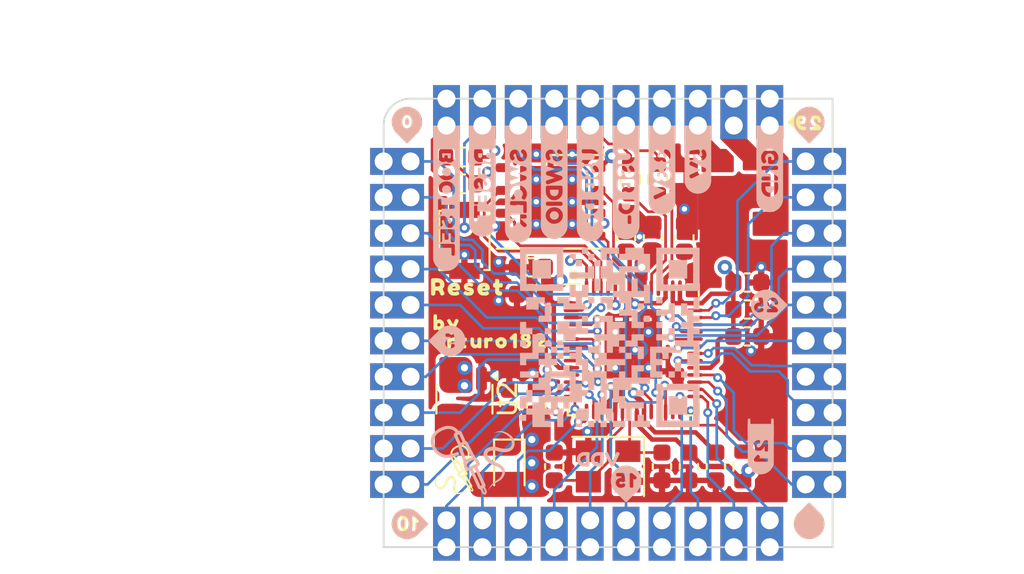
<source format=kicad_pcb>
(kicad_pcb (version 20240108) (generator "pcbnew") (generator_version "8.0")
  (layers (0 "F.Cu" signal) (1 "In1.Cu" power "GND.Cu") (2 "In2.Cu" signal "PWR.Cu") (31 "B.Cu" signal) (34 "B.Paste" user) (35 "F.Paste" user) (36 "B.SilkS" user "B.Silkscreen") (37 "F.SilkS" user "F.Silkscreen") (38 "B.Mask" user) (39 "F.Mask" user) (44 "Edge.Cuts" user))
  (net 0 "")
  (net 1 "GND")
  (net 2 "+3V3")
  (net 3 "+5V")
  (net 4 "Net-(U1-VREG_VOUT)")
  (net 5 "Net-(U1-XIN)")
  (net 6 "Net-(U1-XOUT)")
  (net 7 "/~{QSPI_CS}")
  (net 8 "/USBBOOT")
  (net 9 "/~{RESET}")
  (net 10 "/USB_D-")
  (net 11 "/D-")
  (net 12 "/USB_D+")
  (net 13 "/D+")
  (net 14 "/QSPI_SD1")
  (net 15 "/QSPI_SD2")
  (net 16 "/QSPI_SD0")
  (net 17 "/QSPI_SCLK")
  (net 18 "/QSPI_SD3")
  (net 19 "/GPIO29")
  (net 20 "/GPIO28")
  (net 21 "/GPIO27")
  (net 22 "/GPIO26")
  (net 23 "/GPIO25")
  (net 24 "/GPIO24")
  (net 25 "/GPIO23")
  (net 26 "/GPIO22")
  (net 27 "/GPIO21")
  (net 28 "/GPIO20")
  (net 29 "/GPIO19")
  (net 30 "/GPIO18")
  (net 31 "/GPIO17")
  (net 32 "/GPIO16")
  (net 33 "/SWDIO")
  (net 34 "/SWCLK")
  (net 35 "/GPIO15")
  (net 36 "/GPIO14")
  (net 37 "/GPIO13")
  (net 38 "/GPIO12")
  (net 39 "/GPIO11")
  (net 40 "/GPIO10")
  (net 41 "/GPIO9")
  (net 42 "/GPIO8")
  (net 43 "/GPIO7")
  (net 44 "/GPIO6")
  (net 45 "/GPIO5")
  (net 46 "/GPIO4")
  (net 47 "/GPIO3")
  (net 48 "/GPIO2")
  (net 49 "/GPIO1")
  (net 50 "/GPIO0")
  (net 51 "VBAT")
  (net 52 "/VIN")
  (footprint "RP2040_stamp:Castellated_1x10_P2.00mm_Vertical" (layer "F.Cu") (at 142.5 94.5 90)
    (property "Reference" "J2" (hide yes))
    (property "Value" "Conn_North" (hide yes))
  )
  (footprint "Resistor_SMD:R_0603_1608Metric" (layer "F.Cu") (at 159 113.5 90)
    (property "Reference" "R2" (hide yes))
    (property "Value" "10K")
  )
  (footprint "Package_TO_SOT_SMD:SOT-23-3" (layer "F.Cu") (at 143.5 109.75 -90)
    (property "Reference" "U2")
    (property "Value" "XC6206P33")
  )
  (footprint "Symbols_Extra:SolderParty-New-Logo_3x2.5mm_SilkScreen" (layer "F.Cu") (at 143.25 113.75 55)
    (property "Reference" "G***" (hide yes))
    (property "Value" "LOGO" (hide yes))
  )
  (footprint "Package_DFN_QFN_Extra:QFN-56_EP_7x7_Pitch0.4mm" (layer "F.Cu") (at 152.9 107)
    (property "Reference" "U1" (hide yes))
    (property "Value" "RP2040")
  )
  (footprint "RP2040_stamp:Castellated_1x10_P2.00mm_Vertical" (layer "F.Cu") (at 142.5 118 90)
    (property "Reference" "J1" (hide yes))
    (property "Value" "Conn_South" (hide yes))
  )
  (footprint "buzzardLabel" (layer "F.Cu") (at 143.7 103.5)
    (property "Reference" "")
    (property "Value" "")
  )
  (footprint "buzzardLabel" (layer "F.Cu") (at 140.3 116.7)
    (property "Reference" "")
    (property "Value" "")
  )
  (footprint "buzzardLabel" (layer "F.Cu") (at 144 106.5)
    (property "Reference" "")
    (property "Value" "")
  )
  (footprint "Capacitor_SMD:C_0603_1608Metric" (layer "F.Cu") (at 154.5 113.5 -90)
    (property "Reference" "C15" (hide yes))
    (property "Value" "12pF")
  )
  (footprint "RP2040_stamp:Castellated_1x10_P2.00mm_Vertical" (layer "F.Cu") (at 139 96.5)
    (property "Reference" "J4" (hide yes))
    (property "Value" "Conn_West" (hide yes))
  )
  (footprint "buzzardLabel" (layer "F.Cu") (at 140.35 94.3)
    (property "Reference" "")
    (property "Value" "")
  )
  (footprint "Resistor_SMD:R_0603_1608Metric" (layer "F.Cu") (at 143.3 97.75)
    (property "Reference" "R1" (hide yes))
    (property "Value" "1K")
  )
  (footprint "Capacitor_SMD:C_0603_1608Metric" (layer "F.Cu") (at 147.2 103.9)
    (property "Reference" "C7" (hide yes))
    (property "Value" "10uF")
  )
  (footprint "Capacitor_SMD:C_0603_1608Metric" (layer "F.Cu") (at 155.75 100.75 90)
    (property "Reference" "C13" (hide yes))
    (property "Value" "1uF")
  )
  (footprint "Capacitor_SMD:C_0603_1608Metric" (layer "F.Cu") (at 152.5 100.75 90)
    (property "Reference" "C12" (hide yes))
    (property "Value" "0.1uF")
  )
  (footprint "Capacitor_SMD:C_0603_1608Metric" (layer "F.Cu") (at 159.25 104.75)
    (property "Reference" "C5" (hide yes))
    (property "Value" "0.1uF")
  )
  (footprint "Capacitor_SMD:C_0603_1608Metric" (layer "F.Cu") (at 157.5 113.5 -90)
    (property "Reference" "C11" (hide yes))
    (property "Value" "0.1uF")
  )
  (footprint "Package_SON:WSON-8-1EP_6x5mm_P1.27mm_EP3.4x4mm" (layer "F.Cu") (at 148.3 98.75)
    (property "Reference" "U3" (hide yes))
    (property "Value" "W25Q64JV" (hide yes))
  )
  (footprint "Capacitor_SMD:C_0603_1608Metric" (layer "F.Cu") (at 159.25 106.25)
    (property "Reference" "C4" (hide yes))
    (property "Value" "0.1uF")
  )
  (footprint "Resistor_SMD:R_0603_1608Metric" (layer "F.Cu") (at 147.5 110 -90)
    (property "Reference" "R6" (hide yes))
    (property "Value" "100K")
  )
  (footprint "Button_Switch_SMD:SW_SPST_B3U-1000P" (layer "F.Cu") (at 143.5 100.9 90)
    (property "Reference" "SW1" (hide yes))
    (property "Value" "SW_RESET" (hide yes))
  )
  (footprint "Capacitor_SMD:C_0603_1608Metric" (layer "F.Cu") (at 146 110 90)
    (property "Reference" "C6" (hide yes))
    (property "Value" "10uF")
  )
  (footprint "Capacitor_SMD:C_0603_1608Metric" (layer "F.Cu") (at 159.25 103.25)
    (property "Reference" "C10" (hide yes))
    (property "Value" "1uF")
  )
  (footprint "Resistor_SMD:R_0603_1608Metric" (layer "F.Cu") (at 154.25 97.5 90)
    (property "Reference" "R3" (hide yes))
    (property "Value" "27R")
  )
  (footprint "Capacitor_SMD:C_0603_1608Metric" (layer "F.Cu") (at 148.5 113.5 90)
    (property "Reference" "C14" (hide yes))
    (property "Value" "12pF")
  )
  (footprint "RP2040_stamp:Castellated_1x10_P2.00mm_Vertical" (layer "F.Cu") (at 162.5 96.5)
    (property "Reference" "J3" (hide yes))
    (property "Value" "Conn_East" (hide yes))
  )
  (footprint "Resistor_SMD:R_0603_1608Metric" (layer "F.Cu") (at 152.75 97.5 90)
    (property "Reference" "R4" (hide yes))
    (property "Value" "27R")
  )
  (footprint "Capacitor_SMD:C_0603_1608Metric" (layer "F.Cu") (at 154 100.75 90)
    (property "Reference" "C8" (hide yes))
    (property "Value" "0.1uF")
  )
  (footprint "buzzardLabel" (layer "F.Cu") (at 162.7 94.3)
    (property "Reference" "")
    (property "Value" "")
  )
  (footprint "Diode_SMD:D_SOD-323" (layer "F.Cu") (at 146 113.5 -90)
    (property "Reference" "D1" (hide yes))
    (property "Value" "D_Schottky_Small" (hide yes))
  )
  (footprint "Resistor_SMD:R_0603_1608Metric" (layer "F.Cu") (at 143.3 96.25)
    (property "Reference" "R5" (hide yes))
    (property "Value" "10K")
  )
  (footprint "Capacitor_SMD:C_0603_1608Metric" (layer "F.Cu") (at 147.2 102.4 180)
    (property "Reference" "C1" (hide yes))
    (property "Value" "0.1uF")
  )
  (footprint "Crystal:Crystal_SMD_3225-4Pin_3.2x2.5mm" (layer "F.Cu") (at 151.5 113.5 180)
    (property "Reference" "Y1" (hide yes))
    (property "Value" "XYDBPCNANF-12MHZ")
  )
  (footprint "Capacitor_SMD:C_0603_1608Metric" (layer "F.Cu") (at 156 113.5 -90)
    (property "Reference" "C3" (hide yes))
    (property "Value" "0.1uF")
  )
  (footprint "buzzardLabel" (layer "F.Cu") (at 162.8 116.7)
    (property "Reference" "")
    (property "Value" "")
  )
  (footprint "svg2mod" (layer "B.Cu") (at 159.9 104.5 180)
    (property "Reference" "svg2mod" (hide yes))
    (property "Value" "G***" (hide yes))
  )
  (footprint "svg2mod" (layer "B.Cu") (at 152.9 114.275 180)
    (property "Reference" "svg2mod" (hide yes))
    (property "Value" "G***" (hide yes))
  )
  (footprint "svg2mod" (layer "B.Cu") (at 150.5 97.729055 -90)
    (property "Reference" "svg2mod" (hide yes))
    (property "Value" "G***" (hide yes))
  )
  (footprint "svg2mod" (layer "B.Cu") (at 163.05 94.35 180)
    (property "Reference" "svg2mod" (hide yes))
    (property "Value" "G***" (hide yes))
  )
  (footprint "buzzardLabel" (layer "B.Cu") (at 160 112.7 -90)
    (property "Reference" "")
    (property "Value" "")
  )
  (footprint "buzzardLabel" (layer "B.Cu") (at 162.6 116.695 180)
    (property "Reference" "")
    (property "Value" "")
  )
  (footprint "svg2mod" (layer "B.Cu") (at 148.5 97.661745 -90)
    (property "Reference" "svg2mod" (hide yes))
    (property "Value" "G***" (hide yes))
  )
  (footprint "svg2mod" (layer "B.Cu") (at 152.5 97.669365 -90)
    (property "Reference" "svg2mod" (hide yes))
    (property "Value" "G***" (hide yes))
  )
  (footprint "svg2mod" (layer "B.Cu") (at 160.5 96.912128 -90)
    (property "Reference" "svg2mod" (hide yes))
    (property "Value" "G***" (hide yes))
  )
  (footprint "LOGO" (layer "B.Cu") (at 151.6 106.3 180)
    (property "Reference" "G***" (hide yes))
    (property "Value" "LOGO" (hide yes))
  )
  (footprint "svg2mod" (layer "B.Cu") (at 156.5 96.4 -90)
    (property "Reference" "svg2mod" (hide yes))
    (property "Value" "G***" (hide yes))
  )
  (footprint "svg2mod" (layer "B.Cu") (at 142.5 98.552015 -90)
    (property "Reference" "svg2mod" (hide yes))
    (property "Value" "G***" (hide yes))
  )
  (footprint "buzzardLabel" (layer "B.Cu") (at 140.250001 94.3 180)
    (property "Reference" "")
    (property "Value" "")
  )
  (footprint "svg2mod" (layer "B.Cu") (at 142.7 106.5 180)
    (property "Reference" "svg2mod" (hide yes))
    (property "Value" "G***" (hide yes))
  )
  (footprint "svg2mod" (layer "B.Cu") (at 152.2 114.275 180)
    (property "Reference" "svg2mod" (hide yes))
    (property "Value" "G***" (hide yes))
  )
  (footprint "svg2mod" (layer "B.Cu") (at 162.25 94.35 180)
    (property "Reference" "svg2mod" (hide yes))
    (property "Value" "G***" (hide yes))
  )
  (footprint "svg2mod" (layer "B.Cu") (at 154.5 96.981025 -90)
    (property "Reference" "svg2mod" (hide yes))
    (property "Value" "G***" (hide yes))
  )
  (footprint "svg2mod" (layer "B.Cu") (at 146.5 97.762075 -90)
    (property "Reference" "svg2mod" (hide yes))
    (property "Value" "G***" (hide yes))
  )
  (footprint "Symbols_Extra:SolderParty-New-Logo_5x4.2mm_SilkScreen" (layer "B.Cu") (at 143.8 113 180)
    (property "Reference" "G***" (hide yes))
    (property "Value" "LOGO" (hide yes))
  )
  (footprint "svg2mod" (layer "B.Cu") (at 150.95 113.1 180)
    (property "Reference" "svg2mod" (hide yes))
    (property "Value" "G***" (hide yes))
  )
  (footprint "buzzardLabel" (layer "B.Cu") (at 140.3 116.7 180)
    (property "Reference" "")
    (property "Value" "")
  )
  (footprint "svg2mod" (layer "B.Cu") (at 160.65 104.5 180)
    (property "Reference" "svg2mod" (hide yes))
    (property "Value" "G***" (hide yes))
  )
  (footprint "svg2mod" (layer "B.Cu") (at 144.5 97.59634 -90)
    (property "Reference" "svg2mod" (hide yes))
    (property "Value" "G***" (hide yes))
  )
  (gr_line (start 153.1 114.8) (end 152.5 115.4) (stroke (width 0.15)) (layer "B.SilkS"))
  (gr_circle (center 140.300001 94.3) (end 139.650001 94.300001) (stroke (width 0.4)) (fill none) (layer "B.SilkS"))
  (gr_poly (pts (xy 152.85 113.600001) (xy 152.4 113.550001) (xy 151.914045 113.752529) (xy 151.789044 113.952529) (xy 151.75 114.225001) (xy 151.850001 114.675001) (xy 152.025 114.875001) (xy 151.85 114.55) (xy 151.85 113.85) (xy 152.2 113.75) (xy 152.7 113.75) (xy 153.05 113.8)) (stroke (width 0.1)) (fill solid) (layer "B.SilkS"))
  (gr_poly (pts (xy 160.649999 103.85) (xy 160.3 103.75) (xy 159.950001 103.85) (xy 159.75 104) (xy 160.85 104)) (stroke (width 0.15)) (fill solid) (layer "B.SilkS"))
  (gr_line (start 162.7 95.404999) (end 162.1 94.804999) (stroke (width 0.15)) (layer "B.SilkS"))
  (gr_circle (center 162.7 116.695) (end 161.900001 116.695) (stroke (width 0.11)) (fill none) (layer "B.SilkS"))
  (gr_poly (pts (xy 160.3 113.7) (xy 160 113.8) (xy 159.6 113.65) (xy 159.4 113.4) (xy 160.55 113.4)) (stroke (width 0.15)) (fill solid) (layer "B.SilkS"))
  (gr_line (start 142.200001 107.1) (end 141.600001 106.5) (stroke (width 0.15)) (layer "B.SilkS"))
  (gr_line (start 140.300001 95.400001) (end 139.7 94.8) (stroke (width 0.15)) (layer "B.SilkS"))
  (gr_line (start 141.399999 116.7) (end 140.799999 117.3) (stroke (width 0.15)) (layer "B.SilkS"))
  (gr_line (start 162.7 115.595001) (end 163.3 116.195001) (stroke (width 0.15)) (layer "B.SilkS"))
  (gr_circle (center 162.7 94.305) (end 163.499999 94.305) (stroke (width 0.11)) (fill none) (layer "B.SilkS"))
  (gr_arc (start 160.65 113.35) (mid 160 113.86463) (end 159.35 113.35) (stroke (width 0.15)) (layer "B.SilkS"))
  (gr_poly (pts (xy 141.025 116.95) (xy 141.075 116.7) (xy 141.024999 116.4)) (stroke (width 0.1)) (fill solid) (layer "B.SilkS"))
  (gr_poly (pts (xy 163.1 94.905) (xy 162.3 94.905) (xy 162.4 95.104999) (xy 163 95.104999)) (stroke (width 0.15)) (fill solid) (layer "B.SilkS"))
  (gr_line (start 160.65 110.9) (end 160.65 113.35) (stroke (width 0.15)) (layer "B.SilkS"))
  (gr_rect (start 159.35 111.2) (end 160.65 111.75) (stroke (width 0.15)) (fill solid) (layer "B.SilkS"))
  (gr_circle (center 152.5 114.300001) (end 152.5 115.1) (stroke (width 0.11)) (fill none) (layer "B.SilkS"))
  (gr_poly (pts (xy 162.35 117.345) (xy 162.7 117.445) (xy 163.05 117.345) (xy 163.25 117.195) (xy 162.15 117.195)) (stroke (width 0.15)) (fill solid) (layer "B.SilkS"))
  (gr_poly (pts (xy 163.05 93.655) (xy 162.7 93.555) (xy 162.35 93.655) (xy 162.15 93.805) (xy 163.25 93.805)) (stroke (width 0.15)) (fill solid) (layer "B.SilkS"))
  (gr_line (start 162.1 116.195001) (end 162.7 115.595001) (stroke (width 0.15)) (layer "B.SilkS"))
  (gr_poly (pts (xy 139.6 116.35) (xy 139.55 116.8) (xy 139.775 117.25) (xy 139.975 117.375) (xy 140.225 117.45) (xy 140.675 117.349999) (xy 140.875 117.175) (xy 139.9 117.275) (xy 139.7 117) (xy 139.650001 116.55) (xy 139.775 116.225)) (stroke (width 0.15)) (fill solid) (layer "B.SilkS"))
  (gr_poly (pts (xy 141.600001 106.5) (xy 141.900001 106.8) (xy 141.900001 106.2)) (stroke (width 0.15)) (fill solid) (layer "B.SilkS"))
  (gr_poly (pts (xy 152.5 115.4) (xy 152.8 115.1) (xy 152.2 115.1)) (stroke (width 0.15)) (fill solid) (layer "B.SilkS"))
  (gr_line (start 140.799999 116.1) (end 141.399999 116.7) (stroke (width 0.15)) (layer "B.SilkS"))
  (gr_line (start 163.25 94.85) (end 162.7 95.404999) (stroke (width 0.15)) (layer "B.SilkS"))
  (gr_poly (pts (xy 162.7 95.404999) (xy 163 95.104999) (xy 162.4 95.104999)) (stroke (width 0.15)) (fill solid) (layer "B.SilkS"))
  (gr_line (start 152.5 115.4) (end 151.9 114.8) (stroke (width 0.15)) (layer "B.SilkS"))
  (gr_poly (pts (xy 162.3 116.095) (xy 163.1 116.095) (xy 163 115.895001) (xy 162.4 115.895001)) (stroke (width 0.15)) (fill solid) (layer "B.SilkS"))
  (gr_circle (center 142.7 106.5) (end 141.900001 106.5) (stroke (width 0.11)) (fill none) (layer "B.SilkS"))
  (gr_poly (pts (xy 159.950002 105.15) (xy 160.300001 105.25) (xy 160.65 105.15) (xy 160.850001 105) (xy 159.750001 105)) (stroke (width 0.15)) (fill solid) (layer "B.SilkS"))
  (gr_poly (pts (xy 143.15 107.1) (xy 142.25 107.1) (xy 142.7 107.25)) (stroke (width 0.15)) (fill solid) (layer "B.SilkS"))
  (gr_line (start 160.845001 103.95) (end 161.4 104.5) (stroke (width 0.15)) (layer "B.SilkS"))
  (gr_poly (pts (xy 162.7 115.595001) (xy 162.4 115.895001) (xy 163 115.895001)) (stroke (width 0.15)) (fill solid) (layer "B.SilkS"))
  (gr_circle (center 160.300001 104.5) (end 160.300001 103.700001) (stroke (width 0.11)) (fill none) (layer "B.SilkS"))
  (gr_line (start 161.4 104.5) (end 160.8 105.1) (stroke (width 0.15)) (layer "B.SilkS"))
  (gr_poly (pts (xy 153.15 113.850001) (xy 153.15 114.750001) (xy 153.25 114.300001)) (stroke (width 0.1)) (fill solid) (layer "B.SilkS"))
  (gr_poly (pts (xy 140.300001 95.400001) (xy 140.600002 95.1) (xy 140 95.1)) (stroke (width 0.15)) (fill solid) (layer "B.SilkS"))
  (gr_poly (pts (xy 141.399999 116.7) (xy 141.099999 116.4) (xy 141.099999 117)) (stroke (width 0.15)) (fill solid) (layer "B.SilkS"))
  (gr_line (start 152.55 113.725) (end 152.55 114.775) (stroke (width 0.15)) (layer "B.SilkS"))
  (gr_poly (pts (xy 139.85 116.1) (xy 140.75 116.1) (xy 140.3 115.95)) (stroke (width 0.15)) (fill solid) (layer "B.SilkS"))
  (gr_poly (pts (xy 141.975001 106.25) (xy 141.925 106.5) (xy 141.975001 106.8)) (stroke (width 0.1)) (fill solid) (layer "B.SilkS"))
  (gr_line (start 140.900002 94.8) (end 140.300001 95.400001) (stroke (width 0.15)) (layer "B.SilkS"))
  (gr_line (start 141.600001 106.5) (end 142.200001 105.9) (stroke (width 0.15)) (layer "B.SilkS"))
  (gr_poly (pts (xy 152.025 114.8) (xy 152.5 115.2) (xy 153 114.8)) (stroke (width 0.1)) (fill solid) (layer "B.SilkS"))
  (gr_circle (center 140.3 116.7) (end 141.099999 116.7) (stroke (width 0.11)) (fill none) (layer "B.SilkS"))
  (gr_line (start 159.35 110.9) (end 159.35 113.35) (stroke (width 0.15)) (layer "B.SilkS"))
  (gr_poly (pts (xy 161.4 104.5) (xy 161.05 104.2) (xy 161.05 104.8)) (stroke (width 0.15)) (fill solid) (layer "B.SilkS"))
  (gr_poly (pts (xy 143.35 106.85) (xy 143.45 106.4) (xy 143.225 105.95) (xy 143.025 105.825) (xy 142.775 105.750001) (xy 142.325 105.850001) (xy 142.15 106) (xy 143.05 106) (xy 143.05 106.25) (xy 143.050961 106.999982) (xy 142.400961 107.012481) (xy 142.3 106.85) (xy 142.35 106.05) (xy 142.05 106.15) (xy 141.975001 106.8) (xy 142.3 107.1) (xy 143.05 107.1)) (stroke (width 0.15)) (fill solid) (layer "B.SilkS"))
  (gr_line (start 140.799999 117.3) (end 141.399999 116.7) (stroke (width 0.15)) (layer "F.SilkS"))
  (gr_circle (center 140.3 94.3) (end 140.95 94.3) (stroke (width 0.4)) (fill none) (layer "F.SilkS"))
  (gr_circle (center 162.7 116.7) (end 163.5 116.7) (stroke (width 0.11)) (fill none) (layer "F.SilkS"))
  (gr_poly (pts (xy 141 116.35) (xy 141.1 116.8) (xy 140.825 117.25) (xy 140.625 117.375) (xy 140.375 117.45) (xy 139.925 117.35) (xy 139.725 117.175) (xy 140.7 117.275) (xy 140.9 117) (xy 140.95 116.55) (xy 140.825 116.225)) (stroke (width 0.15)) (fill solid) (layer "F.SilkS"))
  (gr_line (start 163.3 116.200001) (end 162.7 115.600001) (stroke (width 0.15)) (layer "F.SilkS"))
  (gr_line (start 140.3 95.4) (end 140.9 94.8) (stroke (width 0.15)) (layer "F.SilkS"))
  (gr_circle (center 162.7 94.3) (end 163.35 94.3) (stroke (width 0.4)) (fill none) (layer "F.SilkS"))
  (gr_line (start 162.7 115.600001) (end 162.1 116.200001) (stroke (width 0.15)) (layer "F.SilkS"))
  (gr_circle (center 149.6 102.85) (end 149.8 102.9) (stroke (width 0.15)) (fill solid) (layer "F.SilkS"))
  (gr_circle (center 162.7 94.3) (end 162.7 93.500001) (stroke (width 0.11)) (fill none) (layer "F.SilkS"))
  (gr_poly (pts (xy 163.05 117.35) (xy 162.7 117.45) (xy 162.35 117.35) (xy 162.15 117.2) (xy 163.25 117.2)) (stroke (width 0.15)) (fill solid) (layer "F.SilkS"))
  (gr_poly (pts (xy 162.7 115.600001) (xy 163 115.900001) (xy 162.4 115.900001)) (stroke (width 0.15)) (fill solid) (layer "F.SilkS"))
  (gr_circle (center 140.3 116.7) (end 141.1 116.7) (stroke (width 0.11)) (fill none) (layer "F.SilkS"))
  (gr_poly (pts (xy 140.3 95.4) (xy 140 95.1) (xy 140.6 95.1)) (stroke (width 0.15)) (fill solid) (layer "F.SilkS"))
  (gr_line (start 162.200001 93.7) (end 161.600001 94.3) (stroke (width 0.15)) (layer "F.SilkS"))
  (gr_poly (pts (xy 140.75 116.1) (xy 139.85 116.1) (xy 140.3 115.95)) (stroke (width 0.15)) (fill solid) (layer "F.SilkS"))
  (gr_line (start 141.399999 116.7) (end 140.799999 116.1) (stroke (width 0.15)) (layer "F.SilkS"))
  (gr_poly (pts (xy 163.1 116.1) (xy 162.3 116.1) (xy 162.4 115.900001) (xy 163 115.900001)) (stroke (width 0.15)) (fill solid) (layer "F.SilkS"))
  (gr_line (start 139.7 94.8) (end 140.3 95.4) (stroke (width 0.15)) (layer "F.SilkS"))
  (gr_line (start 161.600001 94.3) (end 162.200001 94.9) (stroke (width 0.15)) (layer "F.SilkS"))
  (gr_poly (pts (xy 161.600001 94.3) (xy 161.900001 94) (xy 161.900001 94.6)) (stroke (width 0.15)) (fill solid) (layer "F.SilkS"))
  (gr_poly (pts (xy 139.575 116.95) (xy 139.525 116.7) (xy 139.575 116.4)) (stroke (width 0.1)) (fill solid) (layer "F.SilkS"))
  (gr_poly (pts (xy 141.399999 116.7) (xy 141.099999 117) (xy 141.099999 116.4)) (stroke (width 0.15)) (fill solid) (layer "F.SilkS"))
  (gr_arc (start 139 94.5) (mid 139.43934 93.43934) (end 140.5 93) (stroke (width 0.1)) (layer "Edge.Cuts"))
  (gr_line (start 139 118) (end 139 94.5) (stroke (width 0.1)) (layer "Edge.Cuts"))
  (gr_line (start 164 118) (end 139 118) (stroke (width 0.1)) (layer "Edge.Cuts"))
  (gr_line (start 164 93) (end 164 118) (stroke (width 0.1)) (layer "Edge.Cuts"))
  (gr_line (start 140.5 93) (end 164 93) (stroke (width 0.1)) (layer "Edge.Cuts"))
  (segment (start 145.2 108.4) (end 144.6625 108.4) (width 0.4) (layer "F.Cu") (net 1))
  (segment (start 160.025 103.25) (end 160.025 102.375) (width 0.3) (layer "F.Cu") (net 1))
  (segment (start 153.275 100.7) (end 154 99.975) (width 0.25) (layer "F.Cu") (net 1))
  (segment (start 151.9 110.4375) (end 151.9 109.945004) (width 0.25) (layer "F.Cu") (net 1))
  (segment (start 150.4 112.65) (end 150.325 112.725) (width 0.3) (layer "F.Cu") (net 1))
  (segment (start 152.6 114.35) (end 152.675 114.275) (width 0.3) (layer "F.Cu") (net 1))
  (segment (start 155.75 99.15) (end 155.75 99.975) (width 0.3) (layer "F.Cu") (net 1))
  (segment (start 148.3 98.75) (end 147.5 97.95) (width 0.15) (layer "F.Cu") (net 1))
  (segment (start 154 99.975) (end 152.5 99.975) (width 0.3) (layer "F.Cu") (net 1))
  (segment (start 152.25 109.595004) (end 152.25 109.35) (width 0.25) (layer "F.Cu") (net 1))
  (segment (start 151.9 109.945004) (end 152.25 109.595004) (width 0.25) (layer "F.Cu") (net 1))
  (segment (start 152.675 114.275) (end 157.5 114.275) (width 0.3) (layer "F.Cu") (net 1))
  (segment (start 160.025 106.25) (end 160.025 103.25) (width 0.3) (layer "F.Cu") (net 1))
  (segment (start 147.5 97.95) (end 147.5 97.5) (width 0.15) (layer "F.Cu") (net 1))
  (segment (start 145.6375 100.655) (end 145.6375 100.5375) (width 0.2) (layer "F.Cu") (net 1))
  (segment (start 153.25 100.7) (end 153.275 100.7) (width 0.25) (layer "F.Cu") (net 1))
  (segment (start 144.6625 108.4) (end 144.45 108.6125) (width 0.4) (layer "F.Cu") (net 1))
  (segment (start 150.325 112.725) (end 148.5 112.725) (width 0.3) (layer "F.Cu") (net 1))
  (segment (start 145.6375 100.5375) (end 145.2 100.1) (width 0.2) (layer "F.Cu") (net 1))
  (via (at 155.75 99.15) (size 0.6) (drill 0.3) (layers "F.Cu" "B.Cu") (net 1))
  (via (at 148.4 108.9) (size 0.6) (drill 0.3) (layers "F.Cu" "B.Cu") (net 1))
  (via (at 147.5 96.1) (size 0.6) (drill 0.3) (layers "F.Cu" "B.Cu") (net 1))
  (via (at 153.25 100.7) (size 0.6) (drill 0.3) (layers "F.Cu" "B.Cu") (net 1))
  (via (at 153 107) (size 0.6) (drill 0.3) (layers "F.Cu" "B.Cu") (net 1))
  (via (at 159.45 107.05) (size 0.6) (drill 0.3) (layers "F.Cu" "B.Cu") (net 1))
  (via (at 145.2 100.1) (size 0.6) (drill 0.3) (layers "F.Cu" "B.Cu") (net 1))
  (via (at 149.5 96.1) (size 0.6) (drill 0.3) (layers "F.Cu" "B.Cu") (net 1))
  (via (at 147.5 97.5) (size 0.6) (drill 0.3) (layers "F.Cu" "B.Cu") (net 1))
  (via (at 149.5 98.75) (size 0.6) (drill 0.3) (layers "F.Cu" "B.Cu") (net 1))
  (via (at 147.5 100) (size 0.6) (drill 0.3) (layers "F.Cu" "B.Cu") (net 1))
  (via (at 147.5 98.75) (size 0.6) (drill 0.3) (layers "F.Cu" "B.Cu") (net 1))
  (via (at 145.2 108.4) (size 0.6) (drill 0.3) (layers "F.Cu" "B.Cu") (net 1))
  (via (at 143.5 101.7) (size 0.6) (drill 0.3) (layers "F.Cu" "B.Cu") (net 1))
  (via (at 145.4 102.1) (size 0.6) (drill 0.3) (layers "F.Cu" "B.Cu") (net 1))
  (via (at 149.5 100) (size 0.6) (drill 0.3) (layers "F.Cu" "B.Cu") (net 1))
  (via (at 150.35 111.55) (size 0.6) (drill 0.3) (layers "F.Cu" "B.Cu") (net 1))
  (via (at 153.75 108) (size 0.6) (drill 0.3) (layers "F.Cu" "B.Cu") (net 1))
  (via (at 151.9 108) (size 0.6) (drill 0.3) (layers "F.Cu" "B.Cu") (net 1))
  (via (at 151.9 106) (size 0.6) (drill 0.3) (layers "F.Cu" "B.Cu") (net 1))
  (via (at 145.4 104.25) (size 0.6) (drill 0.3) (layers "F.Cu" "B.Cu") (net 1))
  (via (at 149.5 97.5) (size 0.6) (drill 0.3) (layers "F.Cu" "B.Cu") (net 1))
  (via (at 160.025 102.375) (size 0.6) (drill 0.3) (layers "F.Cu" "B.Cu") (net 1))
  (via (at 147.3 108.3) (size 0.6) (drill 0.3) (layers "F.Cu" "B.Cu") (net 1))
  (via (at 153.75 106) (size 0.6) (drill 0.3) (layers "F.Cu" "B.Cu") (net 1))
  (segment (start 158.475 103.875) (end 158.475 106.25) (width 0.25) (layer "F.Cu") (net 2))
  (segment (start 157.2 108) (end 157.6 107.6) (width 0.25) (layer "F.Cu") (net 2))
  (segment (start 155.275 112) (end 156 112.725) (width 0.25) (layer "F.Cu") (net 2))
  (segment (start 158.475 103.25) (end 158.475 103.875) (width 0.25) (layer "F.Cu") (net 2))
  (segment (start 156.722983 104.4) (end 157.247994 103.874989) (width 0.25) (layer "F.Cu") (net 2))
  (segment (start 156.3375 104.4) (end 156.722983 104.4) (width 0.25) (layer "F.Cu") (net 2))
  (segment (start 158 102.392034) (end 158.475 102.867034) (width 0.25) (layer "F.Cu") (net 2))
  (segment (start 153.375 102.15) (end 153.375 102.4) (width 0.2) (layer "F.Cu") (net 2))
  (segment (start 147.975 103.15) (end 147.975 102.4) (width 0.4) (layer "F.Cu") (net 2))
  (segment (start 159 114.040046) (end 159 114.325) (width 0.3) (layer "F.Cu") (net 2))
  (segment (start 149.4625 104.4) (end 148.475 104.4) (width 0.25) (layer "F.Cu") (net 2))
  (segment (start 144.85 96.25) (end 145.2 95.9) (width 0.2) (layer "F.Cu") (net 2))
  (segment (start 156.3375 104.4) (end 155.7 104.4) (width 0.25) (layer "F.Cu") (net 2))
  (segment (start 156.775 113.5) (end 158.175 113.5) (width 0.3) (layer "F.Cu") (net 2))
  (segment (start 153.1 110.4375) (end 153.1 111.15) (width 0.25) (layer "F.Cu") (net 2))
  (segment (start 148.475 107.7) (end 148.475 104.4) (width 0.25) (layer "F.Cu") (net 2))
  (segment (start 153.1 111.15) (end 153.95 112) (width 0.25) (layer "F.Cu") (net 2))
  (segment (start 148.775 108) (end 148.475 107.7) (width 0.25) (layer "F.Cu") (net 2))
  (segment (start 150.9625 96.845) (end 151.055 96.845) (width 0.25) (layer "F.Cu") (net 2))
  (segment (start 156.3375 108) (end 157.2 108) (width 0.25) (layer "F.Cu") (net 2))
  (segment (start 154 101.525) (end 153.375 102.15) (width 0.2) (layer "F.Cu") (net 2))
  (segment (start 155.5 104.2) (end 155.5 103.5625) (width 0.25) (layer "F.Cu") (net 2))
  (segment (start 156 112.725) (end 156.775 113.5) (width 0.3) (layer "F.Cu") (net 2))
  (segment (start 158.175 113.5) (end 159 114.325) (width 0.3) (layer "F.Cu") (net 2))
  (segment (start 158.475 102.867034) (end 158.475 103.25) (width 0.25) (layer "F.Cu") (net 2))
  (segment (start 144.125 96.25) (end 144.85 96.25) (width 0.2) (layer "F.Cu") (net 2))
  (segment (start 155.7 104.4) (end 155.5 104.2) (width 0.25) (layer "F.Cu") (net 2))
  (segment (start 149.4625 108) (end 148.775 108) (width 0.25) (layer "F.Cu") (net 2))
  (segment (start 157.6 107.6) (end 157.6 106.5) (width 0.25) (layer "F.Cu") (net 2))
  (segment (start 158.474989 103.874989) (end 158.475 103.875) (width 0.25) (layer "F.Cu") (net 2))
  (segment (start 157.85 106.25) (end 158.475 106.25) (width 0.25) (layer "F.Cu") (net 2))
  (segment (start 155.7 104.4) (end 155.2 104.4) (width 0.25) (layer "F.Cu") (net 2))
  (segment (start 153.95 112) (end 155.275 112) (width 0.25) (layer "F.Cu") (net 2))
  (segment (start 148.85 103.15) (end 147.975 103.15) (width 0.4) (layer "F.Cu") (net 2))
  (segment (start 157.6 106.5) (end 157.85 106.25) (width 0.25) (layer "F.Cu") (net 2))
  (segment (start 151.055 96.845) (end 151.7 96.2) (width 0.25) (layer "F.Cu") (net 2))
  (segment (start 157.247994 103.874989) (end 158.474989 103.874989) (width 0.25) (layer "F.Cu") (net 2))
  (segment (start 155.2 104.4) (end 155.1 104.3) (width 0.25) (layer "F.Cu") (net 2))
  (segment (start 155.1 104.3) (end 155.1 103.5625) (width 0.25) (layer "F.Cu") (net 2))
  (segment (start 148.475 104.4) (end 147.975 103.9) (width 0.25) (layer "F.Cu") (net 2))
  (segment (start 147.975 102.4) (end 147.975 103.9) (width 0.4) (layer "F.Cu") (net 2))
  (segment (start 159.320023 113.720023) (end 159 114.040046) (width 0.3) (layer "F.Cu") (net 2))
  (via (at 159.320023 113.720023) (size 0.8) (drill 0.4) (layers "F.Cu" "B.Cu") (net 2))
  (via (at 145.2 95.9) (size 0.6) (drill 0.3) (layers "F.Cu" "B.Cu") (net 2))
  (via (at 148.85 103.15) (size 0.8) (drill 0.4) (layers "F.Cu" "B.Cu") (net 2))
  (via (at 151.7 96.2) (size 0.8) (drill 0.4) (layers "F.Cu" "B.Cu") (net 2))
  (via (at 143.5 108) (size 0.8) (drill 0.4) (layers "F.Cu" "B.Cu") (net 2))
  (via (at 143.5 109) (size 0.8) (drill 0.4) (layers "F.Cu" "B.Cu") (net 2))
  (via (at 158 102.392034) (size 0.8) (drill 0.4) (layers "F.Cu" "B.Cu") (net 2))
  (via (at 153.375 102.4) (size 0.8) (drill 0.4) (layers "F.Cu" "B.Cu") (net 2))
  (via (at 147.25 113.3) (size 0.8) (drill 0.4) (layers "F.Cu" "B.Cu") (net 3))
  (via (at 147.25 114.6) (size 0.8) (drill 0.4) (layers "F.Cu" "B.Cu") (net 3))
  (via (at 147.25 112) (size 0.8) (drill 0.4) (layers "F.Cu" "B.Cu") (net 3))
  (segment (start 153.5 109.969642) (end 153.255338 109.72498) (width 0.25) (layer "F.Cu") (net 4))
  (segment (start 153.5 109.969642) (end 153.365179 109.834821) (width 0.25) (layer "F.Cu") (net 4))
  (segment (start 153.5 110.984286) (end 154.115714 111.6) (width 0.25) (layer "F.Cu") (net 4))
  (segment (start 154.4 104.4) (end 154.7 104.1) (width 0.25) (layer "F.Cu") (net 4))
  (segment (start 153.12498 109.72498) (end 152.9 109.5) (width 0.25) (layer "F.Cu") (net 4))
  (segment (start 153.5 110.4375) (end 153.5 109.969642) (width 0.25) (layer "F.Cu") (net 4))
  (segment (start 152.7 104.1) (end 153 104.4) (width 0.25) (layer "F.Cu") (net 4))
  (segment (start 154.7 103.5625) (end 154.7 103) (width 0.25) (layer "F.Cu") (net 4))
  (segment (start 153 104.4) (end 153 104.431456) (width 0.25) (layer "F.Cu") (net 4))
  (segment (start 153.255338 109.72498) (end 153.12498 109.72498) (width 0.25) (layer "F.Cu") (net 4))
  (segment (start 154.7 104.1) (end 154.7 103.5625) (width 0.25) (layer "F.Cu") (net 4))
  (segment (start 153 104.431456) (end 152.992136 104.43932) (width 0.25) (layer "F.Cu") (net 4))
  (segment (start 152.9 109.5) (end 152.9 109.4) (width 0.25) (layer "F.Cu") (net 4))
  (segment (start 152.7 101.725) (end 152.5 101.525) (width 0.25) (layer "F.Cu") (net 4))
  (segment (start 152.7 103.5625) (end 152.7 101.725) (width 0.25) (layer "F.Cu") (net 4))
  (segment (start 152.7 103.5625) (end 152.7 104.1) (width 0.25) (layer "F.Cu") (net 4))
  (segment (start 153.5 110.4375) (end 153.5 110.984286) (width 0.25) (layer "F.Cu") (net 4))
  (segment (start 154.115714 111.6) (end 156.375 111.6) (width 0.25) (layer "F.Cu") (net 4))
  (segment (start 155.75 101.95) (end 155.75 101.525) (width 0.25) (layer "F.Cu") (net 4))
  (segment (start 153 104.4) (end 154.4 104.4) (width 0.25) (layer "F.Cu") (net 4))
  (segment (start 154.7 103) (end 155.75 101.95) (width 0.25) (layer "F.Cu") (net 4))
  (segment (start 156.375 111.6) (end 157.5 112.725) (width 0.25) (layer "F.Cu") (net 4))
  (via (at 152.992136 104.43932) (size 0.6) (drill 0.3) (layers "F.Cu" "B.Cu") (net 4))
  (via (at 152.9 109.4) (size 0.6) (drill 0.3) (layers "F.Cu" "B.Cu") (net 4))
  (segment (start 152.3 111.3) (end 151.5 112.1) (width 0.15) (layer "F.Cu") (net 5))
  (segment (start 152.3 110.4375) (end 152.3 111.3) (width 0.15) (layer "F.Cu") (net 5))
  (segment (start 151.5 112.1) (end 151.5 113.25) (width 0.15) (layer "F.Cu") (net 5))
  (segment (start 151.5 113.25) (end 150.4 114.35) (width 0.15) (layer "F.Cu") (net 5))
  (segment (start 150.325 114.275) (end 148.5 114.275) (width 0.15) (layer "F.Cu") (net 5))
  (segment (start 150.4 114.35) (end 150.325 114.275) (width 0.15) (layer "F.Cu") (net 5))
  (segment (start 152.7 110.4375) (end 152.7 112.55) (width 0.15) (layer "F.Cu") (net 6))
  (segment (start 152.675 112.725) (end 154.5 112.725) (width 0.15) (layer "F.Cu") (net 6))
  (segment (start 152.7 112.55) (end 152.6 112.65) (width 0.15) (layer "F.Cu") (net 6))
  (segment (start 152.6 112.65) (end 152.675 112.725) (width 0.15) (layer "F.Cu") (net 6))
  (segment (start 149.4 102.025) (end 150.025 102.025) (width 0.15) (layer "F.Cu") (net 7))
  (segment (start 150.3 102.3) (end 150.3 103.5625) (width 0.15) (layer "F.Cu") (net 7))
  (segment (start 145.03 96.845) (end 145.6375 96.845) (width 0.15) (layer "F.Cu") (net 7))
  (segment (start 144.7875 97.0875) (end 145.03 96.845) (width 0.15) (layer "F.Cu") (net 7))
  (segment (start 150.025 102.025) (end 150.3 102.3) (width 0.15) (layer "F.Cu") (net 7))
  (segment (start 142.475 96.25) (end 142.625 96.25) (width 0.15) (layer "F.Cu") (net 7))
  (segment (start 142.625 96.25) (end 144.125 97.75) (width 0.15) (layer "F.Cu") (net 7))
  (segment (start 144.125 97.75) (end 144.7875 97.0875) (width 0.15) (layer "F.Cu") (net 7))
  (via (at 144.7875 97.0875) (size 0.6) (drill 0.3) (layers "F.Cu" "B.Cu") (net 7))
  (via (at 149.4 102.025) (size 0.6) (drill 0.3) (layers "F.Cu" "B.Cu") (net 7))
  (segment (start 141.7 95.3) (end 142.5 94.5) (width 0.15) (layer "F.Cu") (net 8))
  (segment (start 141.7 96.975) (end 141.7 95.3) (width 0.15) (layer "F.Cu") (net 8))
  (segment (start 142.475 97.75) (end 141.7 96.975) (width 0.15) (layer "F.Cu") (net 8))
  (segment (start 154.7 110.4375) (end 154.7 111) (width 0.15) (layer "F.Cu") (net 9))
  (segment (start 143.5 100.2) (end 143.5 99.2) (width 0.15) (layer "F.Cu") (net 9))
  (segment (start 157.525 111.2) (end 159 112.675) (width 0.15) (layer "F.Cu") (net 9))
  (segment (start 154.7 111) (end 154.9 111.2) (width 0.15) (layer "F.Cu") (net 9))
  (segment (start 154.7 109.013577) (end 154.655121 108.968698) (width 0.15) (layer "F.Cu") (net 9))
  (segment (start 154.9 111.2) (end 157.525 111.2) (width 0.15) (layer "F.Cu") (net 9))
  (segment (start 154.7 110.4375) (end 154.7 109.013577) (width 0.15) (layer "F.Cu") (net 9))
  (via (at 154.655121 108.968698) (size 0.5) (drill 0.25) (layers "F.Cu" "B.Cu") (net 9))
  (via (at 143.5 100.2) (size 0.6) (drill 0.3) (layers "F.Cu" "B.Cu") (net 9))
  (segment (start 152.467125 104.267125) (end 152.1 103.9) (width 0.15) (layer "B.Cu") (net 9))
  (segment (start 152.374989 109.652006) (end 152.374989 109.147994) (width 0.15) (layer "B.Cu") (net 9))
  (segment (start 152.467125 109.055858) (end 152.467125 104.267125) (width 0.15) (layer "B.Cu") (net 9))
  (segment (start 143.5 95.5) (end 143.5 100.2) (width 0.15) (layer "B.Cu") (net 9))
  (segment (start 152.647994 109.925011) (end 152.374989 109.652006) (width 0.15) (layer "B.Cu") (net 9))
  (segment (start 154.655121 108.968698) (end 154.655121 109.580188) (width 0.15) (layer "B.Cu") (net 9))
  (segment (start 152.374989 109.147994) (end 152.467125 109.055858) (width 0.15) (layer "B.Cu") (net 9))
  (segment (start 154.655121 109.580188) (end 154.310298 109.925011) (width 0.15) (layer "B.Cu") (net 9))
  (segment (start 154.310298 109.925011) (end 152.647994 109.925011) (width 0.15) (layer "B.Cu") (net 9))
  (segment (start 144.5 94.5) (end 143.5 95.5) (width 0.15) (layer "B.Cu") (net 9))
  (segment (start 152.1 103.9) (end 148.222983 103.9) (width 0.15) (layer "B.Cu") (net 9))
  (segment (start 144.522983 100.2) (end 143.5 100.2) (width 0.15) (layer "B.Cu") (net 9))
  (segment (start 148.222983 103.9) (end 144.522983 100.2) (width 0.15) (layer "B.Cu") (net 9))
  (segment (start 154.25 96.15) (end 154 95.9) (width 0.15) (layer "F.Cu") (net 10))
  (segment (start 154 95.9) (end 153 95.9) (width 0.15) (layer "F.Cu") (net 10))
  (segment (start 153 95.9) (end 152.5 95.4) (width 0.15) (layer "F.Cu") (net 10))
  (segment (start 154.25 96.675) (end 154.25 96.15) (width 0.15) (layer "F.Cu") (net 10))
  (segment (start 152.5 95.4) (end 152.5 94.5) (width 0.15) (layer "F.Cu") (net 10))
  (segment (start 154.275 103.2) (end 154.3 103.225) (width 0.15) (layer "F.Cu") (net 11))
  (segment (start 155.05 99.05) (end 155.05 102.15) (width 0.15) (layer "F.Cu") (net 11))
  (segment (start 154.25 98.85) (end 154.34998 98.94998) (width 0.15) (layer "F.Cu") (net 11))
  (segment (start 154.25 98.325) (end 154.25 98.85) (width 0.15) (layer "F.Cu") (net 11))
  (segment (start 154.34998 98.94998) (end 154.94998 98.94998) (width 0.15) (layer "F.Cu") (net 11))
  (segment (start 154.3 103.225) (end 154.3 103.5625) (width 0.15) (layer "F.Cu") (net 11))
  (segment (start 154.94998 98.94998) (end 155.05 99.05) (width 0.15) (layer "F.Cu") (net 11))
  (segment (start 154.25 98.602512) (end 154.25 98.325) (width 0.15) (layer "F.Cu") (net 11))
  (segment (start 154.275 102.925) (end 154.275 103.2) (width 0.15) (layer "F.Cu") (net 11))
  (segment (start 155.05 102.15) (end 154.275 102.925) (width 0.15) (layer "F.Cu") (net 11))
  (segment (start 152.75 96.15) (end 152.75 96.675) (width 0.15) (layer "F.Cu") (net 12))
  (segment (start 151.529991 95.525011) (end 152.125011 95.525011) (width 0.15) (layer "F.Cu") (net 12))
  (segment (start 151.50498 95.5) (end 151.529991 95.525011) (width 0.15) (layer "F.Cu") (net 12))
  (segment (start 152.125011 95.525011) (end 152.75 96.15) (width 0.15) (layer "F.Cu") (net 12))
  (segment (start 150.5 94.5) (end 151.5 95.5) (width 0.15) (layer "F.Cu") (net 12))
  (segment (start 151.5 95.5) (end 151.50498 95.5) (width 0.15) (layer "F.Cu") (net 12))
  (segment (start 154.7 102) (end 154.7 99.547488) (width 0.15) (layer "F.Cu") (net 13))
  (segment (start 153.9 103.5625) (end 153.9 103.225) (width 0.15) (layer "F.Cu") (net 13))
  (segment (start 152.75 98.325) (end 152.825 98.325) (width 0.25) (layer "F.Cu") (net 13))
  (segment (start 153.725 99.3) (end 152.75 98.325) (width 0.15) (layer "F.Cu") (net 13))
  (segment (start 153.9 103.225) (end 153.925 103.2) (width 0.15) (layer "F.Cu") (net 13))
  (segment (start 154.7 99.547488) (end 154.452512 99.3) (width 0.15) (layer "F.Cu") (net 13))
  (segment (start 153.925 103.2) (end 153.925 102.775) (width 0.15) (layer "F.Cu") (net 13))
  (segment (start 154.452512 99.3) (end 153.725 99.3) (width 0.15) (layer "F.Cu") (net 13))
  (segment (start 153.925 102.775) (end 154.7 102) (width 0.15) (layer "F.Cu") (net 13))
  (segment (start 152.825 98.325) (end 152.9 98.4) (width 0.25) (layer "F.Cu") (net 13))
  (segment (start 145.6375 98.115) (end 145.485 98.115) (width 0.15) (layer "F.Cu") (net 14))
  (segment (start 144.6 99) (end 144.6 100.7) (width 0.15) (layer "F.Cu") (net 14))
  (segment (start 145.4 101.5) (end 150 101.5) (width 0.15) (layer "F.Cu") (net 14))
  (segment (start 144.6 100.7) (end 145.4 101.5) (width 0.15) (layer "F.Cu") (net 14))
  (segment (start 150 101.5) (end 150.7 102.2) (width 0.15) (layer "F.Cu") (net 14))
  (segment (start 150.7 102.2) (end 150.7 103.5625) (width 0.15) (layer "F.Cu") (net 14))
  (segment (start 145.485 98.115) (end 144.6 99) (width 0.15) (layer "F.Cu") (net 14))
  (segment (start 146.6 101.2) (end 146.3 100.9) (width 0.15) (layer "F.Cu") (net 15))
  (segment (start 151.1 102.1) (end 150.2 101.2) (width 0.15) (layer "F.Cu") (net 15))
  (segment (start 145.785 99.385) (end 145.6375 99.385) (width 0.15) (layer "F.Cu") (net 15))
  (segment (start 146.3 100.9) (end 146.3 99.9) (width 0.15) (layer "F.Cu") (net 15))
  (segment (start 150.2 101.2) (end 146.6 101.2) (width 0.15) (layer "F.Cu") (net 15))
  (segment (start 146.3 99.9) (end 145.785 99.385) (width 0.15) (layer "F.Cu") (net 15))
  (segment (start 151.1 103.5625) (end 151.1 102.1) (width 0.15) (layer "F.Cu") (net 15))
  (segment (start 151.155 100.655) (end 150.9625 100.655) (width 0.15) (layer "F.Cu") (net 16))
  (segment (start 151.5 103.5625) (end 151.5 101) (width 0.15) (layer "F.Cu") (net 16))
  (segment (start 151.5 101) (end 151.155 100.655) (width 0.15) (layer "F.Cu") (net 16))
  (segment (start 151.9 103.5625) (end 151.9 104.5) (width 0.15) (layer "F.Cu") (net 17))
  (segment (start 150.9625 99.6375) (end 150.9625 99.385) (width 0.15) (layer "F.Cu") (net 17))
  (segment (start 151.275 99.95) (end 150.9625 99.6375) (width 0.15) (layer "F.Cu") (net 17))
  (via (at 151.275 99.95) (size 0.6) (drill 0.3) (layers "F.Cu" "B.Cu") (net 17))
  (via (at 151.9 104.5) (size 0.6) (drill 0.3) (layers "F.Cu" "B.Cu") (net 17))
  (segment (start 151.8 98.8) (end 151.115 98.115) (width 0.15) (layer "F.Cu") (net 18))
  (segment (start 151.115 98.115) (end 150.9625 98.115) (width 0.15) (layer "F.Cu") (net 18))
  (segment (start 152.3 102.45) (end 151.8 101.95) (width 0.15) (layer "F.Cu") (net 18))
  (segment (start 152.3 103.5625) (end 152.3 102.45) (width 0.15) (layer "F.Cu") (net 18))
  (segment (start 151.8 101.95) (end 151.8 98.8) (width 0.15) (layer "F.Cu") (net 18))
  (segment (start 156.3375 104.8) (end 157.1 104.8) (width 0.15) (layer "F.Cu") (net 19))
  (segment (start 157.1 104.8) (end 157.5 104.4) (width 0.15) (layer "F.Cu") (net 19))
  (via (at 157.5 104.4) (size 0.5) (drill 0.25) (layers "F.Cu" "B.Cu") (net 19))
  (segment (start 157.5 104.4) (end 157.9 104.4) (width 0.15) (layer "B.Cu") (net 19))
  (segment (start 158.7 98.7) (end 160.9 96.5) (width 0.15) (layer "B.Cu") (net 19))
  (segment (start 157.9 104.4) (end 158.7 103.6) (width 0.15) (layer "B.Cu") (net 19))
  (segment (start 158.7 103.6) (end 158.7 98.7) (width 0.15) (layer "B.Cu") (net 19))
  (segment (start 160.9 96.5) (end 162.5 96.5) (width 0.15) (layer "B.Cu") (net 19))
  (segment (start 157.5 105.1) (end 157.4 105.2) (width 0.15) (layer "F.Cu") (net 20))
  (segment (start 157.4 105.2) (end 156.3375 105.2) (width 0.15) (layer "F.Cu") (net 20))
  (via (at 157.5 105.1) (size 0.5) (drill 0.25) (layers "F.Cu" "B.Cu") (net 20))
  (segment (start 158.2 105.1) (end 159.3 104) (width 0.15) (layer "B.Cu") (net 20))
  (segment (start 159.3 100) (end 160.8 98.5) (width 0.15) (layer "B.Cu") (net 20))
  (segment (start 157.5 105.1) (end 158.2 105.1) (width 0.15) (layer "B.Cu") (net 20))
  (segment (start 160.8 98.5) (end 162.5 98.5) (width 0.15) (layer "B.Cu") (net 20))
  (segment (start 159.3 104) (end 159.3 100) (width 0.15) (layer "B.Cu") (net 20))
  (segment (start 155.903017 105.6) (end 155.403017 105.1) (width 0.15) (layer "F.Cu") (net 21))
  (segment (start 155.403017 105.1) (end 154.9 105.1) (width 0.15) (layer "F.Cu") (net 21))
  (segment (start 156.3375 105.6) (end 155.903017 105.6) (width 0.15) (layer "F.Cu") (net 21))
  (via (at 154.9 105.1) (size 0.5) (drill 0.25) (layers "F.Cu" "B.Cu") (net 21))
  (segment (start 160.6 101.2) (end 161.3 100.5) (width 0.15) (layer "B.Cu") (net 21))
  (segment (start 159.00006 105.59994) (end 160.6 104) (width 0.15) (layer "B.Cu") (net 21))
  (segment (start 154.9 105.1) (end 155.40006 105.1) (width 0.15) (layer "B.Cu") (net 21))
  (segment (start 161.3 100.5) (end 162.5 100.5) (width 0.15) (layer "B.Cu") (net 21))
  (segment (start 155.40006 105.1) (end 155.9 105.59994) (width 0.15) (layer "B.Cu") (net 21))
  (segment (start 160.6 104) (end 160.6 101.2) (width 0.15) (layer "B.Cu") (net 21))
  (segment (start 155.9 105.59994) (end 159.00006 105.59994) (width 0.15) (layer "B.Cu") (net 21))
  (segment (start 155.3 105.7) (end 155.6 106) (width 0.15) (layer "F.Cu") (net 22))
  (segment (start 155.6 106) (end 156.3375 106) (width 0.15) (layer "F.Cu") (net 22))
  (via (at 155.3 105.7) (size 0.5) (drill 0.25) (layers "F.Cu" "B.Cu") (net 22))
  (segment (start 161 104.1) (end 161 103) (width 0.15) (layer "B.Cu") (net 22))
  (segment (start 155.49996 105.89996) (end 159.20004 105.89996) (width 0.15) (layer "B.Cu") (net 22))
  (segment (start 161 103) (end 161.5 102.5) (width 0.15) (layer "B.Cu") (net 22))
  (segment (start 155.3 105.7) (end 155.49996 105.89996) (width 0.15) (layer "B.Cu") (net 22))
  (segment (start 161.5 102.5) (end 162.5 102.5) (width 0.15) (layer "B.Cu") (net 22))
  (segment (start 159.20004 105.89996) (end 161 104.1) (width 0.15) (layer "B.Cu") (net 22))
  (segment (start 155.1 106.4) (end 155 106.3) (width 0.15) (layer "F.Cu") (net 23))
  (segment (start 156.3375 106.4) (end 155.1 106.4) (width 0.15) (layer "F.Cu") (net 23))
  (via (at 155 106.3) (size 0.5) (drill 0.25) (layers "F.Cu" "B.Cu") (net 23))
  (segment (start 155 106.3) (end 155.10002 106.19998) (width 0.15) (layer "B.Cu") (net 23))
  (segment (start 155.10002 106.19998) (end 159.80002 106.19998) (width 0.15) (layer "B.Cu") (net 23))
  (segment (start 161.5 104.5) (end 162.5 104.5) (width 0.15) (layer "B.Cu") (net 23))
  (segment (start 159.80002 106.19998) (end 161.5 104.5) (width 0.15) (layer "B.Cu") (net 23))
  (segment (start 155.5 106.8) (end 155.4 106.9) (width 0.15) (layer "F.Cu") (net 24))
  (segment (start 156.3375 106.8) (end 155.5 106.8) (width 0.15) (layer "F.Cu") (net 24))
  (via (at 155.4 106.9) (size 0.5) (drill 0.25) (layers "F.Cu" "B.Cu") (net 24))
  (segment (start 156.6 106.9) (end 157 106.5) (width 0.15) (layer "B.Cu") (net 24))
  (segment (start 157 106.5) (end 162.5 106.5) (width 0.15) (layer "B.Cu") (net 24))
  (segment (start 155.4 106.9) (end 156.6 106.9) (width 0.15) (layer "B.Cu") (net 24))
  (segment (start 156.3375 107.2) (end 157.075 107.2) (width 0.15) (layer "F.Cu") (net 25))
  (via (at 157.075 107.2) (size 0.5) (drill 0.25) (layers "F.Cu" "B.Cu") (net 25))
  (segment (start 161.9 107.9) (end 162.5 108.5) (width 0.15) (layer "B.Cu") (net 25))
  (segment (start 157.075 107.2) (end 157.375 106.9) (width 0.15) (layer "B.Cu") (net 25))
  (segment (start 159.486086 107.8625) (end 160.4375 107.8625) (width 0.15) (layer "B.Cu") (net 25))
  (segment (start 160.475 107.9) (end 161.9 107.9) (width 0.15) (layer "B.Cu") (net 25))
  (segment (start 158.523586 106.9) (end 159.486086 107.8625) (width 0.15) (layer "B.Cu") (net 25))
  (segment (start 157.375 106.9) (end 158.523586 106.9) (width 0.15) (layer "B.Cu") (net 25))
  (segment (start 156.3375 107.6) (end 155.4 107.6) (width 0.15) (layer "F.Cu") (net 26))
  (via (at 155.4 107.6) (size 0.5) (drill 0.25) (layers "F.Cu" "B.Cu") (net 26))
  (segment (start 161.5 108.7) (end 161.5 109.5) (width 0.15) (layer "B.Cu") (net 26))
  (segment (start 161.5 109.5) (end 162.5 110.5) (width 0.15) (layer "B.Cu") (net 26))
  (segment (start 159.4 108.2) (end 161 108.2) (width 0.15) (layer "B.Cu") (net 26))
  (segment (start 157.3 107.7) (end 157.8 107.2) (width 0.15) (layer "B.Cu") (net 26))
  (segment (start 161 108.2) (end 161.5 108.7) (width 0.15) (layer "B.Cu") (net 26))
  (segment (start 155.5 107.7) (end 157.3 107.7) (width 0.15) (layer "B.Cu") (net 26))
  (segment (start 157.8 107.2) (end 158.4 107.2) (width 0.15) (layer "B.Cu") (net 26))
  (segment (start 155.4 107.6) (end 155.5 107.7) (width 0.15) (layer "B.Cu") (net 26))
  (segment (start 158.4 107.2) (end 159.4 108.2) (width 0.15) (layer "B.Cu") (net 26))
  (segment (start 157.45 108.4) (end 157.6 108.55) (width 0.15) (layer "F.Cu") (net 27))
  (segment (start 156.3375 108.4) (end 157.45 108.4) (width 0.15) (layer "F.Cu") (net 27))
  (via (at 157.6 108.55) (size 0.5) (drill 0.25) (layers "F.Cu" "B.Cu") (net 27))
  (segment (start 158.5 111.5) (end 159.2 112.2) (width 0.15) (layer "B.Cu") (net 27))
  (segment (start 161.3 112.2) (end 161.6 112.5) (width 0.15) (layer "B.Cu") (net 27))
  (segment (start 158.5 109.4) (end 158.5 111.5) (width 0.15) (layer "B.Cu") (net 27))
  (segment (start 159.2 112.2) (end 159.8 112.2) (width 0.15) (layer "B.Cu") (net 27))
  (segment (start 159.8 112.2) (end 161.3 112.2) (width 0.15) (layer "B.Cu") (net 27))
  (segment (start 157.65 108.55) (end 158.5 109.4) (width 0.15) (layer "B.Cu") (net 27))
  (segment (start 157.6 108.55) (end 157.65 108.55) (width 0.15) (layer "B.Cu") (net 27))
  (segment (start 161.6 112.5) (end 162.5 112.5) (width 0.15) (layer "B.Cu") (net 27))
  (segment (start 156.3375 108.8) (end 157.1 108.8) (width 0.15) (layer "F.Cu") (net 28))
  (segment (start 157.1 108.8) (end 157.6 109.3) (width 0.15) (layer "F.Cu") (net 28))
  (via (at 157.6 109.3) (size 0.5) (drill 0.25) (layers "F.Cu" "B.Cu") (net 28))
  (segment (start 158.1 109.8) (end 158.1 111.8) (width 0.15) (layer "B.Cu") (net 28))
  (segment (start 158.974989 112.674989) (end 159.900006 112.674989) (width 0.15) (layer "B.Cu") (net 28))
  (segment (start 161.725017 114.5) (end 162.5 114.5) (width 0.15) (layer "B.Cu") (net 28))
  (segment (start 158.1 111.8) (end 158.974989 112.674989) (width 0.15) (layer "B.Cu") (net 28))
  (segment (start 157.6 109.3) (end 158.1 109.8) (width 0.15) (layer "B.Cu") (net 28))
  (segment (start 159.900006 112.674989) (end 161.725017 114.5) (width 0.15) (layer "B.Cu") (net 28))
  (segment (start 156.75 109.2) (end 157.55 110) (width 0.15) (layer "F.Cu") (net 29))
  (segment (start 156.3375 109.2) (end 156.75 109.2) (width 0.15) (layer "F.Cu") (net 29))
  (via (at 157.55 110) (size 0.5) (drill 0.25) (layers "F.Cu" "B.Cu") (net 29))
  (segment (start 157.55 113) (end 160.5 115.95) (width 0.15) (layer "B.Cu") (net 29))
  (segment (start 157.55 110) (end 157.55 113) (width 0.15) (layer "B.Cu") (net 29))
  (segment (start 160.5 115.95) (end 160.5 116.5) (width 0.15) (layer "B.Cu") (net 29))
  (segment (start 156.725708 109.6) (end 157.05 109.924292) (width 0.15) (layer "F.Cu") (net 30))
  (segment (start 157.05 109.924292) (end 157.05 110.5) (width 0.15) (layer "F.Cu") (net 30))
  (segment (start 156.3375 109.6) (end 156.725708 109.6) (width 0.15) (layer "F.Cu") (net 30))
  (via (at 157.05 110.5) (size 0.5) (drill 0.25) (layers "F.Cu" "B.Cu") (net 30))
  (segment (start 158.5 115.5) (end 158.5 116.5) (width 0.15) (layer "B.Cu") (net 30))
  (segment (start 157.05 114.05) (end 158.5 115.5) (width 0.15) (layer "B.Cu") (net 30))
  (segment (start 157.05 110.5) (end 157.05 114.05) (width 0.15) (layer "B.Cu") (net 30))
  (segment (start 156.0625 110.4375) (end 156.1 110.4) (width 0.15) (layer "F.Cu") (net 31))
  (segment (start 155.5 110.4375) (end 156.0625 110.4375) (width 0.15) (layer "F.Cu") (net 31))
  (via (at 156.1 110.4) (size 0.5) (drill 0.25) (layers "F.Cu" "B.Cu") (net 31))
  (segment (start 156.1 114.9) (end 156.5 115.3) (width 0.15) (layer "B.Cu") (net 31))
  (segment (start 156.1 110.4) (end 156.1 114.9) (width 0.15) (layer "B.Cu") (net 31))
  (segment (start 156.5 115.3) (end 156.5 116.5) (width 0.15) (layer "B.Cu") (net 31))
  (segment (start 155.4 109.6) (end 155.1 109.9) (width 0.15) (layer "F.Cu") (net 32))
  (segment (start 155.5 109.6) (end 155.4 109.6) (width 0.15) (layer "F.Cu") (net 32))
  (segment (start 155.1 109.9) (end 155.1 110.4375) (width 0.15) (layer "F.Cu") (net 32))
  (via (at 155.5 109.6) (size 0.5) (drill 0.25) (layers "F.Cu" "B.Cu") (net 32))
  (segment (start 155.6 109.7) (end 155.5 109.6) (width 0.15) (layer "B.Cu") (net 32))
  (segment (start 154.5 116.5) (end 154.5 116) (width 0.15) (layer "B.Cu") (net 32))
  (segment (start 154.5 116) (end 155.6 114.9) (width 0.15) (layer "B.Cu") (net 32))
  (segment (start 155.6 114.9) (end 155.6 109.7) (width 0.15) (layer "B.Cu") (net 32))
  (segment (start 154.3 109.528248) (end 154.152022 109.38027) (width 0.15) (layer "F.Cu") (net 33))
  (segment (start 154.3 110.4375) (end 154.3 109.528248) (width 0.15) (layer "F.Cu") (net 33))
  (via (at 154.152022 109.38027) (size 0.5) (drill 0.25) (layers "F.Cu" "B.Cu") (net 33))
  (segment (start 154.3 105) (end 154.3 108.227017) (width 0.15) (layer "B.Cu") (net 33))
  (segment (start 154.3 108.227017) (end 154.152022 108.374995) (width 0.15) (layer "B.Cu") (net 33))
  (segment (start 150.6 97.25) (end 150.6 97.3) (width 0.15) (layer "B.Cu") (net 33))
  (segment (start 153.9 103.850017) (end 153.9 104.6) (width 0.15) (layer "B.Cu") (net 33))
  (segment (start 148.5 94.5) (end 148.5 96.2) (width 0.15) (layer "B.Cu") (net 33))
  (segment (start 154.152022 108.374995) (end 154.152022 109.38027) (width 0.15) (layer "B.Cu") (net 33))
  (segment (start 150.6 97.3) (end 150.6 100.550017) (width 0.15) (layer "B.Cu") (net 33))
  (segment (start 149.974511 96.624511) (end 150.6 97.25) (width 0.15) (layer "B.Cu") (net 33))
  (segment (start 148.924511 96.624511) (end 149.974511 96.624511) (width 0.15) (layer "B.Cu") (net 33))
  (segment (start 150.6 100.550017) (end 153.9 103.850017) (width 0.15) (layer "B.Cu") (net 33))
  (segment (start 150.6 97.3) (end 150.6 98.25) (width 0.15) (layer "B.Cu") (net 33))
  (segment (start 153.9 104.6) (end 154.3 105) (width 0.15) (layer "B.Cu") (net 33))
  (segment (start 148.5 96.2) (end 148.924511 96.624511) (width 0.15) (layer "B.Cu") (net 33))
  (segment (start 153.9 110.4375) (end 153.9 109.8) (width 0.15) (layer "F.Cu") (net 34))
  (segment (start 153.546157 109.446157) (end 153.546157 109.130768) (width 0.15) (layer "F.Cu") (net 34))
  (segment (start 153.9 109.8) (end 153.546157 109.446157) (width 0.15) (layer "F.Cu") (net 34))
  (via (at 153.546157 109.130768) (size 0.5) (drill 0.25) (layers "F.Cu" "B.Cu") (net 34))
  (segment (start 153.6 107.194254) (end 153.224989 107.569265) (width 0.15) (layer "B.Cu") (net 34))
  (segment (start 149.85 96.95) (end 150.30048 97.40048) (width 0.15) (layer "B.Cu") (net 34))
  (segment (start 146.5 93.75) (end 146.5 96.05) (width 0.15) (layer "B.Cu") (net 34))
  (segment (start 150.30048 97.40048) (end 150.30048 100.70048) (width 0.15) (layer "B.Cu") (net 34))
  (segment (start 147.4 96.95) (end 149.85 96.95) (width 0.15) (layer "B.Cu") (net 34))
  (segment (start 153.6 104) (end 153.6 104.7) (width 0.15) (layer "B.Cu") (net 34))
  (segment (start 153.224989 108.8096) (end 153.546157 109.130768) (width 0.15) (layer "B.Cu") (net 34))
  (segment (start 146.5 96.05) (end 147.4 96.95) (width 0.15) (layer "B.Cu") (net 34))
  (segment (start 153.6 106.7) (end 153.6 107.194254) (width 0.15) (layer "B.Cu") (net 34))
  (segment (start 150.30048 100.70048) (end 153.6 104) (width 0.15) (layer "B.Cu") (net 34))
  (segment (start 150.30048 97.40048) (end 150.30048 98.50048) (width 0.15) (layer "B.Cu") (net 34))
  (segment (start 153.224989 105.075011) (end 153.224989 106.324989) (width 0.15) (layer "B.Cu") (net 34))
  (segment (start 153.6 104.7) (end 153.224989 105.075011) (width 0.15) (layer "B.Cu") (net 34))
  (segment (start 146.5 95.2) (end 146.5 94.5) (width 0.15) (layer "B.Cu") (net 34))
  (segment (start 153.224989 107.569265) (end 153.224989 108.8096) (width 0.15) (layer "B.Cu") (net 34))
  (segment (start 153.224989 106.324989) (end 153.6 106.7) (width 0.15) (layer "B.Cu") (net 34))
  (segment (start 151.5 109.85) (end 151.7 109.65) (width 0.15) (layer "F.Cu") (net 35))
  (segment (start 151.5 110.4375) (end 151.5 109.85) (width 0.15) (layer "F.Cu") (net 35))
  (segment (start 151.7 109.65) (end 151.7 109.1) (width 0.15) (layer "F.Cu") (net 35))
  (segment (start 151.7 109.1) (end 151.65 109.05) (width 0.15) (layer "F.Cu") (net 35))
  (via (at 151.65 109.05) (size 0.5) (drill 0.25) (layers "F.Cu" "B.Cu") (net 35))
  (segment (start 151.65 109.05) (end 151.65 113.15) (width 0.15) (layer "B.Cu") (net 35))
  (segment (start 151.65 113.15) (end 152.5 114) (width 0.15) (layer "B.Cu") (net 35))
  (segment (start 152.5 114) (end 152.5 116.5) (width 0.15) (layer "B.Cu") (net 35))
  (segment (start 151.1 109.55) (end 151.15 109.5) (width 0.15) (layer "F.Cu") (net 36))
  (segment (start 151.1 110.4375) (end 151.1 109.55) (width 0.15) (layer "F.Cu") (net 36))
  (via (at 151.15 109.5) (size 0.5) (drill 0.25) (layers "F.Cu" "B.Cu") (net 36))
  (segment (start 151.175031 109.525031) (end 151.175031 113.124969) (width 0.15) (layer "B.Cu") (net 36))
  (segment (start 150.5 113.8) (end 150.5 116.5) (width 0.15) (layer "B.Cu") (net 36))
  (segment (start 151.175031 113.124969) (end 150.5 113.8) (width 0.15) (layer "B.Cu") (net 36))
  (segment (start 151.15 109.5) (end 151.175031 109.525031) (width 0.15) (layer "B.Cu") (net 36))
  (segment (start 150.7 110.4375) (end 150.7 109.75) (width 0.15) (layer "F.Cu") (net 37))
  (segment (start 150.7 109.75) (end 150.45 109.5) (width 0.15) (layer "F.Cu") (net 37))
  (via (at 150.45 109.5) (size 0.5) (drill 0.25) (layers "F.Cu" "B.Cu") (net 37))
  (segment (start 150.875011 112.424989) (end 148.5 114.8) (width 0.15) (layer "B.Cu") (net 37))
  (segment (start 150.45 109.5) (end 150.875011 109.925011) (width 0.15) (layer "B.Cu") (net 37))
  (segment (start 150.875011 109.925011) (end 150.875011 112.424989) (width 0.15) (layer "B.Cu") (net 37))
  (segment (start 148.5 114.8) (end 148.5 116.5) (width 0.15) (layer "B.Cu") (net 37))
  (segment (start 150.2 111) (end 149.85 111) (width 0.15) (layer "F.Cu") (net 38))
  (segment (start 150.3 110.4375) (end 150.3 110.9) (width 0.15) (layer "F.Cu") (net 38))
  (segment (start 150.3 110.9) (end 150.2 111) (width 0.15) (layer "F.Cu") (net 38))
  (via (at 149.85 111) (size 0.5) (drill 0.25) (layers "F.Cu" "B.Cu") (net 38))
  (segment (start 147.041105 112.625011) (end 146.5 113.166116) (width 0.15) (layer "B.Cu") (net 38))
  (segment (start 148.224989 112.625011) (end 147.041105 112.625011) (width 0.15) (layer "B.Cu") (net 38))
  (segment (start 149.85 111) (end 148.224989 112.625011) (width 0.15) (layer "B.Cu") (net 38))
  (segment (start 146.5 113.166116) (end 146.5 116.5) (width 0.15) (layer "B.Cu") (net 38))
  (segment (start 149.65 110.3) (end 149.65 109.7875) (width 0.15) (layer "F.Cu") (net 39))
  (segment (start 149.65 109.7875) (end 149.4625 109.6) (width 0.15) (layer "F.Cu") (net 39))
  (via (at 149.65 110.3) (size 0.5) (drill 0.25) (layers "F.Cu" "B.Cu") (net 39))
  (segment (start 149.65 110.3) (end 149.024989 110.925011) (width 0.15) (layer "B.Cu") (net 39))
  (segment (start 149.024989 110.925011) (end 147.374989 110.925011) (width 0.15) (layer "B.Cu") (net 39))
  (segment (start 147.374989 110.925011) (end 144.5 113.8) (width 0.15) (layer "B.Cu") (net 39))
  (segment (start 144.5 113.8) (end 144.5 116.5) (width 0.15) (layer "B.Cu") (net 39))
  (segment (start 148.85 109.2) (end 149.4625 109.2) (width 0.15) (layer "F.Cu") (net 40))
  (segment (start 148.6 110.45) (end 148.6 109.45) (width 0.15) (layer "F.Cu") (net 40))
  (segment (start 148.6 109.45) (end 148.85 109.2) (width 0.15) (layer "F.Cu") (net 40))
  (via (at 148.6 110.45) (size 0.5) (drill 0.25) (layers "F.Cu" "B.Cu") (net 40))
  (segment (start 146.65 110.45) (end 143.7 113.4) (width 0.15) (layer "B.Cu") (net 40))
  (segment (start 143.7 113.4) (end 143.7 114.5) (width 0.15) (layer "B.Cu") (net 40))
  (segment (start 148.6 110.45) (end 146.65 110.45) (width 0.15) (layer "B.Cu") (net 40))
  (segment (start 143.7 114.5) (end 142.5 115.7) (width 0.15) (layer "B.Cu") (net 40))
  (segment (start 142.5 115.7) (end 142.5 116.5) (width 0.15) (layer "B.Cu") (net 40))
  (segment (start 149.4625 108.8) (end 150.2 108.8) (width 0.15) (layer "F.Cu") (net 41))
  (segment (start 150.2 108.8) (end 150.25 108.85) (width 0.15) (layer "F.Cu") (net 41))
  (via (at 150.25 108.85) (size 0.5) (drill 0.25) (layers "F.Cu" "B.Cu") (net 41))
  (segment (start 146.5 109.45) (end 141.45 114.5) (width 0.15) (layer "B.Cu") (net 41))
  (segment (start 150.25 108.85) (end 149.4 108.85) (width 0.15) (layer "B.Cu") (net 41))
  (segment (start 141.45 114.5) (end 140.5 114.5) (width 0.15) (layer "B.Cu") (net 41))
  (segment (start 149.4 108.85) (end 148.8 109.45) (width 0.15) (layer "B.Cu") (net 41))
  (segment (start 148.8 109.45) (end 146.5 109.45) (width 0.15) (layer "B.Cu") (net 41))
  (segment (start 149.4625 108.4) (end 149.437489 108.374989) (width 0.15) (layer "F.Cu") (net 42))
  (segment (start 148.374989 108.374989) (end 148.1 108.1) (width 0.15) (layer "F.Cu") (net 42))
  (segment (start 149.437489 108.374989) (end 148.374989 108.374989) (width 0.15) (layer "F.Cu") (net 42))
  (via (at 148.1 108.1) (size 0.5) (drill 0.25) (layers "F.Cu" "B.Cu") (net 42))
  (segment (start 145.974989 108.825011) (end 147.552006 108.825011) (width 0.15) (layer "B.Cu") (net 42))
  (segment (start 148.1 108.277017) (end 148.1 108.1) (width 0.15) (layer "B.Cu") (net 42))
  (segment (start 142.3 112.5) (end 145.974989 108.825011) (width 0.15) (layer "B.Cu") (net 42))
  (segment (start 140.5 112.5) (end 142.3 112.5) (width 0.15) (layer "B.Cu") (net 42))
  (segment (start 147.552006 108.825011) (end 148.1 108.277017) (width 0.15) (layer "B.Cu") (net 42))
  (segment (start 150.3 108.136658) (end 150.942228 108.778886) (width 0.15) (layer "F.Cu") (net 43))
  (segment (start 150.3 107.927309) (end 150.3 108.136658) (width 0.15) (layer "F.Cu") (net 43))
  (segment (start 149.4625 107.6) (end 149.972691 107.6) (width 0.15) (layer "F.Cu") (net 43))
  (segment (start 149.972691 107.6) (end 150.3 107.927309) (width 0.15) (layer "F.Cu") (net 43))
  (via (at 150.942228 108.778886) (size 0.5) (drill 0.25) (layers "F.Cu" "B.Cu") (net 43))
  (segment (start 144.74996 107.55004) (end 144.3 108) (width 0.15) (layer "B.Cu") (net 43))
  (segment (start 144.3 108) (end 144.3 109.45) (width 0.15) (layer "B.Cu") (net 43))
  (segment (start 150.942228 108.778886) (end 150.881903 108.778886) (width 0.15) (layer "B.Cu") (net 43))
  (segment (start 149.34996 108.2) (end 148.7 107.55004) (width 0.15) (layer "B.Cu") (net 43))
  (segment (start 148.7 107.55004) (end 144.74996 107.55004) (width 0.15) (layer "B.Cu") (net 43))
  (segment (start 143.25 110.5) (end 140.5 110.5) (width 0.15) (layer "B.Cu") (net 43))
  (segment (start 150.881903 108.778886) (end 150.303017 108.2) (width 0.15) (layer "B.Cu") (net 43))
  (segment (start 144.3 109.45) (end 143.25 110.5) (width 0.15) (layer "B.Cu") (net 43))
  (segment (start 150.303017 108.2) (end 149.34996 108.2) (width 0.15) (layer "B.Cu") (net 43))
  (segment (start 150.846983 108.05) (end 150.9 108.05) (width 0.15) (layer "F.Cu") (net 44))
  (segment (start 149.996983 107.2) (end 150.846983 108.05) (width 0.15) (layer "F.Cu") (net 44))
  (segment (start 149.4625 107.2) (end 149.996983 107.2) (width 0.15) (layer "F.Cu") (net 44))
  (via (at 150.9 108.05) (size 0.5) (drill 0.25) (layers "F.Cu" "B.Cu") (net 44))
  (segment (start 150.047003 107.25002) (end 142.59998 107.25002) (width 0.15) (layer "B.Cu") (net 44))
  (segment (start 150.9 108.05) (end 150.846983 108.05) (width 0.15) (layer "B.Cu") (net 44))
  (segment (start 150.846983 108.05) (end 150.047003 107.25002) (width 0.15) (layer "B.Cu") (net 44))
  (segment (start 142.59998 107.25002) (end 141.35 108.5) (width 0.15) (layer "B.Cu") (net 44))
  (segment (start 141.35 108.5) (end 140.5 108.5) (width 0.15) (layer "B.Cu") (net 44))
  (segment (start 150.274989 106.8) (end 150.9 107.425011) (width 0.15) (layer "F.Cu") (net 45))
  (segment (start 149.4625 106.8) (end 150.274989 106.8) (width 0.15) (layer "F.Cu") (net 45))
  (via (at 150.85 107.35) (size 0.5) (drill 0.25) (layers "F.Cu" "B.Cu") (net 45))
  (segment (start 150.45 106.95) (end 148.35 106.95) (width 0.15) (layer "B.Cu") (net 45))
  (segment (start 150.85 107.35) (end 150.45 106.95) (width 0.15) (layer "B.Cu") (net 45))
  (segment (start 150.9 107.425011) (end 150.85 107.375011) (width 0.15) (layer "B.Cu") (net 45))
  (segment (start 148.35 106.95) (end 147.9 106.5) (width 0.15) (layer "B.Cu") (net 45))
  (segment (start 150.85 107.375011) (end 150.85 107.35) (width 0.15) (layer "B.Cu") (net 45))
  (segment (start 147.9 106.5) (end 140.5 106.5) (width 0.15) (layer "B.Cu") (net 45))
  (segment (start 150.6 106.4) (end 150.85 106.65) (width 0.15) (layer "F.Cu") (net 46))
  (segment (start 149.4625 106.4) (end 150.6 106.4) (width 0.15) (layer "F.Cu") (net 46))
  (via (at 150.85 106.65) (size 0.5) (drill 0.25) (layers "F.Cu" "B.Cu") (net 46))
  (segment (start 147.65 105.8) (end 144.55 105.8) (width 0.15) (layer "B.Cu") (net 46))
  (segment (start 150.85 106.65) (end 148.5 106.65) (width 0.15) (layer "B.Cu") (net 46))
  (segment (start 144.55 105.8) (end 143.25 104.5) (width 0.15) (layer "B.Cu") (net 46))
  (segment (start 148.5 106.65) (end 147.65 105.8) (width 0.15) (layer "B.Cu") (net 46))
  (segment (start 143.25 104.5) (end 140.5 104.5) (width 0.15) (layer "B.Cu") (net 46))
  (segment (start 150.85 106) (end 150.9 105.95) (width 0.15) (layer "F.Cu") (net 47))
  (segment (start 149.4625 106) (end 150.85 106) (width 0.15) (layer "F.Cu") (net 47))
  (via (at 150.9 105.95) (size 0.5) (drill 0.25) (layers "F.Cu" "B.Cu") (net 47))
  (segment (start 148.25 105.95) (end 147.5 105.2) (width 0.15) (layer "B.Cu") (net 47))
  (segment (start 150.9 105.95) (end 148.25 105.95) (width 0.15) (layer "B.Cu") (net 47))
  (segment (start 147.5 105.2) (end 144.75 105.2) (width 0.15) (layer "B.Cu") (net 47))
  (segment (start 144.75 105.2) (end 142.05 102.5) (width 0.15) (layer "B.Cu") (net 47))
  (segment (start 142.05 102.5) (end 140.5 102.5) (width 0.15) (layer "B.Cu") (net 47))
  (segment (start 150.85 105.3) (end 150.55 105.6) (width 0.15) (layer "F.Cu") (net 48))
  (segment (start 150.55 105.6) (end 149.4625 105.6) (width 0.15) (layer "F.Cu") (net 48))
  (segment (start 150.9 105.3) (end 150.85 105.3) (width 0.15) (layer "F.Cu") (net 48))
  (via (at 150.9 105.3) (size 0.5) (drill 0.25) (layers "F.Cu" "B.Cu") (net 48))
  (segment (start 144.65 103.7) (end 146.45 103.7) (width 0.15) (layer "B.Cu") (net 48))
  (segment (start 141.45 100.5) (end 144.65 103.7) (width 0.15) (layer "B.Cu") (net 48))
  (segment (start 140.5 100.5) (end 141.45 100.5) (width 0.15) (layer "B.Cu") (net 48))
  (segment (start 150.7 105.5) (end 150.9 105.3) (width 0.15) (layer "B.Cu") (net 48))
  (segment (start 146.45 103.7) (end 148.25 105.5) (width 0.15) (layer "B.Cu") (net 48))
  (segment (start 148.25 105.5) (end 150.7 105.5) (width 0.15) (layer "B.Cu") (net 48))
  (segment (start 150.3 105.2) (end 149.4625 105.2) (width 0.15) (layer "F.Cu") (net 49))
  (segment (start 150.85 104.65) (end 150.3 105.2) (width 0.15) (layer "F.Cu") (net 49))
  (segment (start 151.1 104.65) (end 150.85 104.65) (width 0.15) (layer "F.Cu") (net 49))
  (via (at 151.1 104.65) (size 0.5) (drill 0.25) (layers "F.Cu" "B.Cu") (net 49))
  (segment (start 150.474969 105.025031) (end 148.200739 105.025031) (width 0.15) (layer "B.Cu") (net 49))
  (segment (start 148.200739 105.025031) (end 146.425708 103.25) (width 0.15) (layer "B.Cu") (net 49))
  (segment (start 143.812146 101.162146) (end 143.212146 101.162146) (width 0.15) (layer "B.Cu") (net 49))
  (segment (start 144.1 102.3) (end 144.1 101.45) (width 0.15) (layer "B.Cu") (net 49))
  (segment (start 146.425708 103.25) (end 145.05 103.25) (width 0.15) (layer "B.Cu") (net 49))
  (segment (start 145.05 103.25) (end 144.1 102.3) (width 0.15) (layer "B.Cu") (net 49))
  (segment (start 142.5 98.95) (end 142.05 98.5) (width 0.15) (layer "B.Cu") (net 49))
  (segment (start 143.212146 101.162146) (end 142.5 100.45) (width 0.15) (layer "B.Cu") (net 49))
  (segment (start 151.1 104.65) (end 150.85 104.65) (width 0.15) (layer "B.Cu") (net 49))
  (segment (start 142.5 100.45) (end 142.5 98.95) (width 0.15) (layer "B.Cu") (net 49))
  (segment (start 150.85 104.65) (end 150.474969 105.025031) (width 0.15) (layer "B.Cu") (net 49))
  (segment (start 142.05 98.5) (end 140.5 98.5) (width 0.15) (layer "B.Cu") (net 49))
  (segment (start 144.1 101.45) (end 143.812146 101.162146) (width 0.15) (layer "B.Cu") (net 49))
  (segment (start 150.028248 104.8) (end 150.339124 104.489124) (width 0.15) (layer "F.Cu") (net 50))
  (segment (start 149.4625 104.8) (end 150.028248 104.8) (width 0.15) (layer "F.Cu") (net 50))
  (via (at 150.339124 104.489124) (size 0.5) (drill 0.25) (layers "F.Cu" "B.Cu") (net 50))
  (segment (start 146.35 102.75) (end 145.15 102.75) (width 0.15) (layer "B.Cu") (net 50))
  (segment (start 144.5 101.425708) (end 143.936418 100.862126) (width 0.15) (layer "B.Cu") (net 50))
  (segment (start 148.089124 104.489124) (end 146.35 102.75) (width 0.15) (layer "B.Cu") (net 50))
  (segment (start 142.05 96.5) (end 140.5 96.5) (width 0.15) (layer "B.Cu") (net 50))
  (segment (start 145.15 102.75) (end 144.5 102.1) (width 0.15) (layer "B.Cu") (net 50))
  (segment (start 142.9 100.377017) (end 142.9 97.35) (width 0.15) (layer "B.Cu") (net 50))
  (segment (start 144.5 102.1) (end 144.5 101.425708) (width 0.15) (layer "B.Cu") (net 50))
  (segment (start 150.339124 104.489124) (end 148.089124 104.489124) (width 0.15) (layer "B.Cu") (net 50))
  (segment (start 143.385109 100.862126) (end 142.9 100.377017) (width 0.15) (layer "B.Cu") (net 50))
  (segment (start 142.9 97.35) (end 142.05 96.5) (width 0.15) (layer "B.Cu") (net 50))
  (segment (start 143.936418 100.862126) (end 143.385109 100.862126) (width 0.15) (layer "B.Cu") (net 50))
  (zone (net 2) (net_name "+3V3") (layer "F.Cu") (priority 2) (connect_pads yes (clearance 0.15)) (min_thickness 0.15) (fill yes (thermal_gap 0.2) (thermal_bridge_width 0.3) (smoothing fillet) (radius 0.5))
    (polygon (pts (xy 154.6 102) (xy 153.7 102.9) (xy 153.7 104) (xy 152.9 104) (xy 152.9 102.1) (xy 153.4 101.6) (xy 153.4 101) (xy 154.6 101)))
  )
  (zone (net 3) (net_name "+5V") (layer "F.Cu") (priority 2) (connect_pads yes (clearance 0.15)) (min_thickness 0.15) (fill yes (thermal_gap 0.2) (thermal_bridge_width 0.3) (smoothing fillet) (radius 0.5))
    (polygon (pts (xy 148.3 115.2) (xy 143.8 115.2) (xy 143.8 113.8) (xy 146.2 113.8) (xy 146.5 113.8) (xy 146.8 113.8) (xy 146.8 111.7) (xy 146.7 111.1) (xy 146.7 110.1) (xy 148.3 110.1)))
  )
  (zone (net 0) (net_name "") (layer "F.Cu") (connect_pads yes (clearance 0)) (min_thickness 0.15)
    (keepout (tracks allowed) (vias allowed) (pads allowed) (copperpour not_allowed) (footprints allowed))
    (fill (thermal_gap 0.2) (thermal_bridge_width 0.35))
    (polygon (pts (xy 155.9 100.9) (xy 156.5 100.9) (xy 156.5 100.3) (xy 156.6 100.3) (xy 156.6 101) (xy 155.9 101)))
  )
  (zone (net 0) (net_name "") (layer "F.Cu") (connect_pads yes (clearance 0)) (min_thickness 0.15)
    (keepout (tracks allowed) (vias allowed) (pads allowed) (copperpour not_allowed) (footprints allowed))
    (fill (thermal_gap 0.2) (thermal_bridge_width 0.35))
    (polygon (pts (xy 155.7 97.7) (xy 155.1 97.7) (xy 155.1 98) (xy 154.8 98) (xy 154.8 97.1) (xy 155.7 97.1)))
  )
  (zone (net 1) (net_name "GND") (layer "F.Cu") (priority 1) (connect_pads yes (clearance 0.2)) (min_thickness 0.2) (fill yes (thermal_gap 0.2) (thermal_bridge_width 0.35))
    (polygon (pts (xy 156.5 98.1) (xy 156.5 98.6) (xy 156.5 100.9) (xy 155.1 100.9) (xy 155.1 97.7) (xy 156.5 97.7)))
  )
  (zone (net 52) (net_name "/VIN") (layer "F.Cu") (priority 1) (connect_pads yes (clearance 0.15)) (min_thickness 0.15) (fill yes (thermal_gap 0.2) (thermal_bridge_width 0.3) (smoothing fillet) (radius 0.5))
    (polygon (pts (xy 143.191939 110.015951) (xy 143.867716 110.079169) (xy 144 110.1) (xy 146.6 110.1) (xy 146.6 111.2) (xy 146.7 111.8) (xy 146.7 112.9) (xy 143.8 112.9) (xy 143.5 112.9) (xy 141.85 112.9) (xy 141.85 110) (xy 143 110)))
  )
  (zone (net 0) (net_name "") (layer "F.Cu") (connect_pads yes (clearance 0)) (min_thickness 0.2)
    (keepout (tracks allowed) (vias allowed) (pads allowed) (copperpour not_allowed) (footprints allowed))
    (fill (thermal_gap 0.2) (thermal_bridge_width 0.35))
    (polygon (pts (xy 143 110) (xy 142.1 110) (xy 142.1 109.4) (xy 143 109.4)))
  )
  (zone (net 51) (net_name "VBAT") (layer "F.Cu") (priority 2) (connect_pads yes (clearance 0.15)) (min_thickness 0.15) (fill yes (thermal_gap 0.2) (thermal_bridge_width 0.3))
    (polygon (pts (xy 159.9 95.9) (xy 161.15 95.9) (xy 161.55 96.3) (xy 161.55 100.65) (xy 159.55 100.65) (xy 159.55 99.3) (xy 160.75 99.3) (xy 160.75 97) (xy 159 97) (xy 159 96.5) (xy 158.25 95.75) (xy 157.75 95.25) (xy 157.75 94.95) (xy 159.25 94.95) (xy 159.25 95.25)))
  )
  (zone (net 1) (net_name "GND") (layer "F.Cu") (priority 1) (connect_pads yes (clearance 0.2)) (min_thickness 0.2) (fill yes (thermal_gap 0.2) (thermal_bridge_width 0.35))
    (polygon (pts (xy 153.7 99.3) (xy 154.6 99.3) (xy 154.6 101) (xy 151.9 101) (xy 151.9 98.9) (xy 153.3 98.9)))
  )
  (zone (net 3) (net_name "+5V") (layer "F.Cu") (priority 1) (connect_pads yes (clearance 0.15)) (min_thickness 0.15) (fill yes (thermal_gap 0.2) (thermal_bridge_width 0.3))
    (polygon (pts (xy 157.25 95.3) (xy 157.75 95.8) (xy 158.5 95.8) (xy 158.5 97.1) (xy 156.7 97.1) (xy 156.7 96.3) (xy 156.5 96.1) (xy 155.75 96.1) (xy 155.75 95.1) (xy 157.25 95.1)))
  )
  (zone (net 1) (net_name "GND") (layer "F.Cu") (connect_pads (clearance 0.2)) (min_thickness 0.2) (fill yes (thermal_gap 0.2) (thermal_bridge_width 0.35))
    (polygon (pts (xy 161.5 115.5) (xy 141.5 115.5) (xy 141.5 95.5) (xy 161.5 95.5)))
  )
  (zone (net 2) (net_name "+3V3") (layer "F.Cu") (priority 1) (connect_pads yes (clearance 0.15)) (min_thickness 0.15) (fill yes (thermal_gap 0.2) (thermal_bridge_width 0.3) (smoothing fillet) (radius 0.5))
    (polygon (pts (xy 143.95 107.4) (xy 143.95 109.4) (xy 143.5 109.4) (xy 143.1 109.4) (xy 142.1 109.4) (xy 142.1 107.7) (xy 142.1 107.4)))
  )
)
</source>
